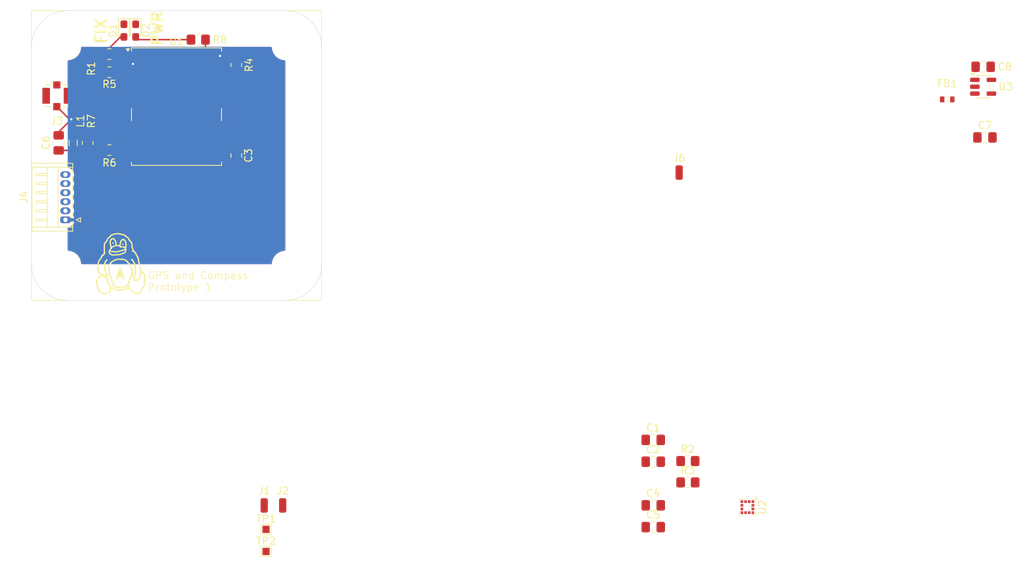
<source format=kicad_pcb>
(kicad_pcb (version 20241229) (generator "pcbnew") (generator_version "9.0")
  (layers (0 "F.Cu" signal) (2 "B.Cu" signal) (13 "F.Paste" user) (15 "B.Paste" user) (5 "F.SilkS" user "F.Silkscreen") (7 "B.SilkS" user "B.Silkscreen") (1 "F.Mask" user) (3 "B.Mask" user) (25 "Edge.Cuts" user))
  (net 0 "")
  (net 1 "GPS_GND")
  (net 2 "GPS_3.3V")
  (net 3 "GPS_RX")
  (net 4 "GPS_TX")
  (net 5 "TimePulse")
  (net 6 "GPS_SCL")
  (net 7 "DRDY")
  (net 8 "GPS_SDA")
  (net 9 "GPS_5V")
  (net 10 "Net-(U2-C1)")
  (net 11 "Net-(U3-EN)")
  (net 12 "Net-(D1-A)")
  (net 13 "Net-(D2-A)")
  (net 14 "/GPS_CAP+")
  (net 15 "Net-(J3-Pad2)")
  (net 16 "Net-(L1-Pad1)")
  (net 17 "Net-(U1-~{SAFEBOOT})")
  (net 18 "Net-(U1-RF_IN)")
  (footprint "Capacitor_SMD:C_0805_2012Metric_Pad1.18x1.45mm_HandSolder" (layer "F.Cu") (at 103.25 85.78)
    (property "Reference" "C4" (at 0 -1.68 0) (layer "F.SilkS"))
    (property "Value" "100nF")
    (pad "1" smd roundrect (at -1.0375 0) (size 1.175 1.45) (layers "F.Cu" "F.Mask" "F.Paste") (roundrect_rratio 0.212766) (net 2 "GPS_3.3V"))
    (pad "2" smd roundrect (at 1.0375 0) (size 1.175 1.45) (layers "F.Cu" "F.Mask" "F.Paste") (roundrect_rratio 0.212766) (net 1 "GPS_GND"))
  )
  (footprint "TestPoint:TestPoint_Pad_1.0x1.0mm" (layer "F.Cu") (at 49.85 92.15)
    (property "Reference" "TP2" (at 0 -1.448 0) (layer "F.SilkS"))
    (property "Value" "TimePulse")
    (pad "1" smd rect (at 0 0) (size 1 1) (layers "F.Cu" "F.Mask") (net 5 "TimePulse"))
  )
  (footprint "Resistor_SMD:R_0805_2012Metric_Pad1.20x1.40mm_HandSolder" (layer "F.Cu") (at 108.03 82.62)
    (property "Reference" "R3" (at 0 -1.65 0) (layer "F.SilkS"))
    (property "Value" "47")
    (pad "1" smd roundrect (at -1 0) (size 1.2 1.4) (layers "F.Cu" "F.Mask" "F.Paste") (roundrect_rratio 0.208333) (net 6 "GPS_SCL"))
    (pad "2" smd roundrect (at 1 0) (size 1.2 1.4) (layers "F.Cu" "F.Mask" "F.Paste") (roundrect_rratio 0.208333) (net 2 "GPS_3.3V"))
  )
  (footprint "Capacitor_SMD:C_0805_2012Metric_Pad1.18x1.45mm_HandSolder" (layer "F.Cu") (at 45.75 37.5 -90)
    (property "Reference" "C3" (at 0 -1.68 90) (layer "F.SilkS"))
    (property "Value" "100nF")
    (pad "1" smd roundrect (at -1.0375 0 270) (size 1.175 1.45) (layers "F.Cu" "F.Mask" "F.Paste") (roundrect_rratio 0.212766) (net 2 "GPS_3.3V"))
    (pad "2" smd roundrect (at 1.0375 0 270) (size 1.175 1.45) (layers "F.Cu" "F.Mask" "F.Paste") (roundrect_rratio 0.212766) (net 1 "GPS_GND"))
  )
  (footprint "TestPoint:TestPoint_Pad_1.0x1.0mm" (layer "F.Cu") (at 49.85 89.1)
    (property "Reference" "TP1" (at 0 -1.448 0) (layer "F.SilkS"))
    (property "Value" "SAFEBOOT")
    (pad "1" smd rect (at 0 0) (size 1 1) (layers "F.Cu" "F.Mask") (net 17 "Net-(U1-~{SAFEBOOT})"))
  )
  (footprint "Connector_Wire:SolderWirePad_1x01_SMD_1x2mm" (layer "F.Cu") (at 52.15 85.8)
    (property "Reference" "J2" (at 0 -2 0) (layer "F.SilkS"))
    (property "Value" "C-")
    (pad "1" smd roundrect (at 0 0) (size 1 2) (layers "F.Cu" "F.Mask") (net 1 "GPS_GND"))
  )
  (footprint "Resistor_SMD:R_0805_2012Metric_Pad1.20x1.40mm_HandSolder" (layer "F.Cu") (at 25.25 35.75 90)
    (property "Reference" "R7" (at 3 0.5 90) (layer "F.SilkS"))
    (property "Value" "0")
    (pad "1" smd roundrect (at -1 0 90) (size 1.2 1.4) (layers "F.Cu" "F.Mask" "F.Paste") (roundrect_rratio 0.208333) (net 15 "Net-(J3-Pad2)"))
    (pad "2" smd roundrect (at 1 0 90) (size 1.2 1.4) (layers "F.Cu" "F.Mask" "F.Paste") (roundrect_rratio 0.208333) (net 16 "Net-(L1-Pad1)"))
  )
  (footprint "Resistor_SMD:R_0805_2012Metric_Pad1.20x1.40mm_HandSolder" (layer "F.Cu") (at 28.25 36.75 180)
    (property "Reference" "R6" (at 0 -1.75 0) (layer "F.SilkS"))
    (property "Value" "0")
    (pad "1" smd roundrect (at -1 0 180) (size 1.2 1.4) (layers "F.Cu" "F.Mask" "F.Paste") (roundrect_rratio 0.208333) (net 18 "Net-(U1-RF_IN)"))
    (pad "2" smd roundrect (at 1 0 180) (size 1.2 1.4) (layers "F.Cu" "F.Mask" "F.Paste") (roundrect_rratio 0.208333) (net 15 "Net-(J3-Pad2)"))
  )
  (footprint "RF_GPS:ublox_NEO" (layer "F.Cu") (at 37.5 30.75)
    (property "Reference" "U1" (at 0 -9 0) (layer "F.SilkS"))
    (property "Value" "NEO-M8N")
    (pad "1" smd roundrect (at -6 -7) (size 1.8 0.8) (layers "F.Cu" "F.Mask" "F.Paste") (net 17 "Net-(U1-~{SAFEBOOT})"))
    (pad "2" smd roundrect (at -6 -5.9) (size 1.8 0.8) (layers "F.Cu" "F.Mask" "F.Paste") (net 1 "GPS_GND"))
    (pad "3" smd roundrect (at -6 -4.8) (size 1.8 0.8) (layers "F.Cu" "F.Mask" "F.Paste") (net 5 "TimePulse"))
    (pad "4" smd roundrect (at -6 -3.7) (size 1.8 0.8) (layers "F.Cu" "F.Mask" "F.Paste"))
    (pad "5" smd roundrect (at -6 -2.6) (size 1.8 0.8) (layers "F.Cu" "F.Mask" "F.Paste"))
    (pad "6" smd roundrect (at -6 -1.5) (size 1.8 0.8) (layers "F.Cu" "F.Mask" "F.Paste"))
    (pad "7" smd roundrect (at -6 -0.4) (size 1.8 0.8) (layers "F.Cu" "F.Mask" "F.Paste"))
    (pad "8" smd roundrect (at -6 2.6) (size 1.8 0.8) (layers "F.Cu" "F.Mask" "F.Paste") (net 2 "GPS_3.3V"))
    (pad "9" smd roundrect (at -6 3.7) (size 1.8 0.8) (layers "F.Cu" "F.Mask" "F.Paste") (net 2 "GPS_3.3V"))
    (pad "10" smd roundrect (at -6 4.8) (size 1.8 0.8) (layers "F.Cu" "F.Mask" "F.Paste") (net 1 "GPS_GND"))
    (pad "11" smd roundrect (at -6 5.9) (size 1.8 0.8) (layers "F.Cu" "F.Mask" "F.Paste") (net 18 "Net-(U1-RF_IN)"))
    (pad "12" smd roundrect (at -6 7) (size 1.8 0.8) (layers "F.Cu" "F.Mask" "F.Paste") (net 1 "GPS_GND"))
    (pad "13" smd roundrect (at 6 7) (size 1.8 0.8) (layers "F.Cu" "F.Mask" "F.Paste") (net 1 "GPS_GND"))
    (pad "14" smd roundrect (at 6 5.9) (size 1.8 0.8) (layers "F.Cu" "F.Mask" "F.Paste") (net 2 "GPS_3.3V"))
    (pad "15" smd roundrect (at 6 4.8) (size 1.8 0.8) (layers "F.Cu" "F.Mask" "F.Paste"))
    (pad "16" smd roundrect (at 6 3.7) (size 1.8 0.8) (layers "F.Cu" "F.Mask" "F.Paste"))
    (pad "17" smd roundrect (at 6 2.6) (size 1.8 0.8) (layers "F.Cu" "F.Mask" "F.Paste"))
    (pad "18" smd roundrect (at 6 -0.4) (size 1.8 0.8) (layers "F.Cu" "F.Mask" "F.Paste"))
    (pad "19" smd roundrect (at 6 -1.5) (size 1.8 0.8) (layers "F.Cu" "F.Mask" "F.Paste"))
    (pad "20" smd roundrect (at 6 -2.6) (size 1.8 0.8) (layers "F.Cu" "F.Mask" "F.Paste") (net 4 "GPS_TX"))
    (pad "21" smd roundrect (at 6 -3.7) (size 1.8 0.8) (layers "F.Cu" "F.Mask" "F.Paste") (net 3 "GPS_RX"))
    (pad "22" smd roundrect (at 6 -4.8) (size 1.8 0.8) (layers "F.Cu" "F.Mask" "F.Paste") (net 14 "/GPS_CAP+"))
    (pad "23" smd roundrect (at 6 -5.9) (size 1.8 0.8) (layers "F.Cu" "F.Mask" "F.Paste") (net 2 "GPS_3.3V"))
    (pad "24" smd roundrect (at 6 -7) (size 1.8 0.8) (layers "F.Cu" "F.Mask" "F.Paste") (net 1 "GPS_GND"))
  )
  (footprint "Connector_Coaxial:U.FL_Molex_MCRF_73412-0110_Vertical" (layer "F.Cu") (at 21 29.25)
    (property "Reference" "J3" (at 0 3.5 0) (layer "F.SilkS"))
    (property "Value" "U_FL-R-SMT-1_10_")
    (pad "1" smd roundrect (at 0 1.5 180) (size 1 1) (layers "F.Cu" "F.Mask" "F.Paste") (roundrect_rratio 0.1) (net 1 "GPS_GND"))
    (pad "2" smd roundrect (at -1.475 0 180) (size 1.05 2.2) (layers "F.Cu" "F.Mask" "F.Paste") (roundrect_rratio 0.1) (net 15 "Net-(J3-Pad2)"))
    (pad "2" smd roundrect (at 0 -1.5 180) (size 1 1) (layers "F.Cu" "F.Mask" "F.Paste") (roundrect_rratio 0.1) (net 15 "Net-(J3-Pad2)"))
    (pad "2" smd roundrect (at 1.475 0 180) (size 1.05 2.2) (layers "F.Cu" "F.Mask" "F.Paste") (roundrect_rratio 0.1) (net 15 "Net-(J3-Pad2)"))
  )
  (footprint "MountingHole:MountingHole_3.2mm_M3" (layer "F.Cu") (at 22.5 52.5)
    (property "Reference" "H3" (hide yes))
    (property "Value" "MountingHole")
    (pad "" np_thru_hole circle (at 0 0) (size 3.2 3.2) (drill 3.2) (layers "*.Cu" "*.Mask"))
  )
  (footprint "Capacitor_SMD:C_0805_2012Metric_Pad1.18x1.45mm_HandSolder" (layer "F.Cu") (at 149 35)
    (property "Reference" "C7" (at 0 -1.68 0) (layer "F.SilkS"))
    (property "Value" "1uF")
    (pad "1" smd roundrect (at -1.0375 0) (size 1.175 1.45) (layers "F.Cu" "F.Mask" "F.Paste") (roundrect_rratio 0.212766) (net 11 "Net-(U3-EN)"))
    (pad "2" smd roundrect (at 1.0375 0) (size 1.175 1.45) (layers "F.Cu" "F.Mask" "F.Paste") (roundrect_rratio 0.212766) (net 1 "GPS_GND"))
  )
  (footprint "MountingHole:MountingHole_3.2mm_M3" (layer "F.Cu") (at 22.5 22.5)
    (property "Reference" "H1" (hide yes))
    (property "Value" "MountingHole")
    (pad "" np_thru_hole circle (at 0 0) (size 3.2 3.2) (drill 3.2) (layers "*.Cu" "*.Mask"))
  )
  (footprint "Resistor_SMD:R_0805_2012Metric_Pad1.20x1.40mm_HandSolder" (layer "F.Cu") (at 40.5 21.5 180)
    (property "Reference" "R8" (at -3 0 0) (layer "F.SilkS"))
    (property "Value" "1K")
    (pad "1" smd roundrect (at -1 0 180) (size 1.2 1.4) (layers "F.Cu" "F.Mask" "F.Paste") (roundrect_rratio 0.208333) (net 2 "GPS_3.3V"))
    (pad "2" smd roundrect (at 1 0 180) (size 1.2 1.4) (layers "F.Cu" "F.Mask" "F.Paste") (roundrect_rratio 0.208333) (net 13 "Net-(D2-A)"))
  )
  (footprint "Capacitor_SMD:C_0805_2012Metric_Pad1.18x1.45mm_HandSolder" (layer "F.Cu") (at 103.25 76.75)
    (property "Reference" "C1" (at 0 -1.68 0) (layer "F.SilkS"))
    (property "Value" "100nF")
    (pad "1" smd roundrect (at -1.0375 0) (size 1.175 1.45) (layers "F.Cu" "F.Mask" "F.Paste") (roundrect_rratio 0.212766) (net 2 "GPS_3.3V"))
    (pad "2" smd roundrect (at 1.0375 0) (size 1.175 1.45) (layers "F.Cu" "F.Mask" "F.Paste") (roundrect_rratio 0.212766) (net 1 "GPS_GND"))
  )
  (footprint "Connector_Hirose:Hirose_DF13-06P-1.25DS_1x06_P1.25mm_Horizontal" (layer "F.Cu") (at 22.1825 46.375 90)
    (property "Reference" "J4" (at 3.12 -5.7 90) (layer "F.SilkS"))
    (property "Value" "To FC")
    (pad "1" thru_hole roundrect (at 0 0 90) (size 0.9 1.4) (drill 0.6) (layers "*.Cu" "*.Mask") (net 1 "GPS_GND"))
    (pad "2" thru_hole oval (at 1.25 0 90) (size 0.9 1.4) (drill 0.6) (layers "*.Cu" "*.Mask") (net 9 "GPS_5V"))
    (pad "3" thru_hole oval (at 2.5 0 90) (size 0.9 1.4) (drill 0.6) (layers "*.Cu" "*.Mask") (net 4 "GPS_TX"))
    (pad "4" thru_hole oval (at 3.75 0 90) (size 0.9 1.4) (drill 0.6) (layers "*.Cu" "*.Mask") (net 3 "GPS_RX"))
    (pad "5" thru_hole oval (at 5 0 90) (size 0.9 1.4) (drill 0.6) (layers "*.Cu" "*.Mask") (net 6 "GPS_SCL"))
    (pad "6" thru_hole oval (at 6.25 0 90) (size 0.9 1.4) (drill 0.6) (layers "*.Cu" "*.Mask") (net 8 "GPS_SDA"))
  )
  (footprint "Package_LGA:LGA-12_2x2mm_P0.5mm" (layer "F.Cu") (at 116.2375 86.035 -90)
    (property "Reference" "U2" (at 0 -2.075 90) (layer "F.SilkS"))
    (property "Value" "LIS3MDL")
    (pad "1" smd rect (at -0.7625 -0.75 270) (size 0.375 0.35) (layers "F.Cu" "F.Mask" "F.Paste") (net 6 "GPS_SCL"))
    (pad "2" smd rect (at -0.7625 -0.25 270) (size 0.375 0.35) (layers "F.Cu" "F.Mask" "F.Paste") (net 1 "GPS_GND"))
    (pad "3" smd rect (at -0.7625 0.25 270) (size 0.375 0.35) (layers "F.Cu" "F.Mask" "F.Paste") (net 1 "GPS_GND"))
    (pad "4" smd rect (at -0.7625 0.75 270) (size 0.375 0.35) (layers "F.Cu" "F.Mask" "F.Paste") (net 10 "Net-(U2-C1)"))
    (pad "5" smd rect (at -0.25 0.7625) (size 0.375 0.35) (layers "F.Cu" "F.Mask" "F.Paste") (net 2 "GPS_3.3V"))
    (pad "6" smd rect (at 0.25 0.7625) (size 0.375 0.35) (layers "F.Cu" "F.Mask" "F.Paste") (net 2 "GPS_3.3V"))
    (pad "7" smd rect (at 0.7625 0.75 270) (size 0.375 0.35) (layers "F.Cu" "F.Mask" "F.Paste"))
    (pad "8" smd rect (at 0.7625 0.25 270) (size 0.375 0.35) (layers "F.Cu" "F.Mask" "F.Paste") (net 7 "DRDY"))
    (pad "9" smd rect (at 0.7625 -0.25 270) (size 0.375 0.35) (layers "F.Cu" "F.Mask" "F.Paste") (net 2 "GPS_3.3V"))
    (pad "10" smd rect (at 0.7625 -0.75 270) (size 0.375 0.35) (layers "F.Cu" "F.Mask" "F.Paste") (net 2 "GPS_3.3V"))
    (pad "11" smd rect (at 0.25 -0.7625) (size 0.375 0.35) (layers "F.Cu" "F.Mask" "F.Paste") (net 8 "GPS_SDA"))
    (pad "12" smd rect (at -0.25 -0.7625) (size 0.375 0.35) (layers "F.Cu" "F.Mask" "F.Paste") (net 1 "GPS_GND"))
  )
  (footprint "Resistor_SMD:R_0805_2012Metric_Pad1.20x1.40mm_HandSolder" (layer "F.Cu") (at 28.25 26 180)
    (property "Reference" "R5" (at 0 -1.65 0) (layer "F.SilkS"))
    (property "Value" "1K")
    (pad "1" smd roundrect (at -1 0 180) (size 1.2 1.4) (layers "F.Cu" "F.Mask" "F.Paste") (roundrect_rratio 0.208333) (net 5 "TimePulse"))
    (pad "2" smd roundrect (at 1 0 180) (size 1.2 1.4) (layers "F.Cu" "F.Mask" "F.Paste") (roundrect_rratio 0.208333) (net 12 "Net-(D1-A)"))
  )
  (footprint "LED_SMD:LED_0603_1608Metric_Pad1.05x0.95mm_HandSolder" (layer "F.Cu") (at 30.25 20.25 -90)
    (property "Reference" "D1" (at 0 1.5 90) (layer "F.SilkS"))
    (property "Value" "Status LED")
    (pad "1" smd roundrect (at -0.875 0 270) (size 1.05 0.95) (layers "F.Cu" "F.Mask" "F.Paste") (net 1 "GPS_GND"))
    (pad "2" smd roundrect (at 0.875 0 270) (size 1.05 0.95) (layers "F.Cu" "F.Mask" "F.Paste") (net 12 "Net-(D1-A)"))
  )
  (footprint "Connector_Wire:SolderWirePad_1x01_SMD_1x2mm" (layer "F.Cu") (at 106.825 39.85)
    (property "Reference" "J6" (at 0 -2 0) (layer "F.SilkS"))
    (property "Value" "DRDY")
    (pad "1" smd roundrect (at 0 0) (size 1 2) (layers "F.Cu" "F.Mask") (net 7 "DRDY"))
  )
  (footprint "Connector_Wire:SolderWirePad_1x01_SMD_1x2mm" (layer "F.Cu") (at 49.6 85.8)
    (property "Reference" "J1" (at 0 -2 0) (layer "F.SilkS"))
    (property "Value" "C+")
    (pad "1" smd roundrect (at 0 0) (size 1 2) (layers "F.Cu" "F.Mask") (net 14 "/GPS_CAP+"))
  )
  (footprint "Capacitor_SMD:C_0805_2012Metric_Pad1.18x1.45mm_HandSolder" (layer "F.Cu") (at 103.25 79.76)
    (property "Reference" "C2" (at 0 -1.68 0) (layer "F.SilkS"))
    (property "Value" "1uF")
    (pad "1" smd roundrect (at -1.0375 0) (size 1.175 1.45) (layers "F.Cu" "F.Mask" "F.Paste") (roundrect_rratio 0.212766) (net 2 "GPS_3.3V"))
    (pad "2" smd roundrect (at 1.0375 0) (size 1.175 1.45) (layers "F.Cu" "F.Mask" "F.Paste") (roundrect_rratio 0.212766) (net 1 "GPS_GND"))
  )
  (footprint "Resistor_SMD:R_0805_2012Metric_Pad1.20x1.40mm_HandSolder" (layer "F.Cu") (at 45.75 25 90)
    (property "Reference" "R4" (at 0 1.75 90) (layer "F.SilkS"))
    (property "Value" "100")
    (pad "1" smd roundrect (at -1 0 90) (size 1.2 1.4) (layers "F.Cu" "F.Mask" "F.Paste") (roundrect_rratio 0.208333) (net 14 "/GPS_CAP+"))
    (pad "2" smd roundrect (at 1 0 90) (size 1.2 1.4) (layers "F.Cu" "F.Mask" "F.Paste") (roundrect_rratio 0.208333) (net 2 "GPS_3.3V"))
  )
  (footprint "Capacitor_SMD:C_0805_2012Metric_Pad1.18x1.45mm_HandSolder" (layer "F.Cu") (at 148.75 25.25 180)
    (property "Reference" "C8" (at -3 0 0) (layer "F.SilkS"))
    (property "Value" "1uF")
    (pad "1" smd roundrect (at -1.0375 0 180) (size 1.175 1.45) (layers "F.Cu" "F.Mask" "F.Paste") (roundrect_rratio 0.212766) (net 2 "GPS_3.3V"))
    (pad "2" smd roundrect (at 1.0375 0 180) (size 1.175 1.45) (layers "F.Cu" "F.Mask" "F.Paste") (roundrect_rratio 0.212766) (net 1 "GPS_GND"))
  )
  (footprint "Package_TO_SOT_SMD:SOT-23-5" (layer "F.Cu") (at 148.75 28)
    (property "Reference" "U3" (at 3.1125 0 0) (layer "F.SilkS"))
    (property "Value" "TLV75733PDBV")
    (pad "1" smd roundrect (at -1.1375 -0.95) (size 1.325 0.6) (layers "F.Cu" "F.Mask" "F.Paste") (net 11 "Net-(U3-EN)"))
    (pad "2" smd roundrect (at -1.1375 0) (size 1.325 0.6) (layers "F.Cu" "F.Mask" "F.Paste") (net 1 "GPS_GND"))
    (pad "3" smd roundrect (at -1.1375 0.95) (size 1.325 0.6) (layers "F.Cu" "F.Mask" "F.Paste") (net 11 "Net-(U3-EN)"))
    (pad "4" smd roundrect (at 1.1375 0.95) (size 1.325 0.6) (layers "F.Cu" "F.Mask" "F.Paste"))
    (pad "5" smd roundrect (at 1.1375 -0.95) (size 1.325 0.6) (layers "F.Cu" "F.Mask" "F.Paste") (net 2 "GPS_3.3V"))
  )
  (footprint "MountingHole:MountingHole_3.2mm_M3" (layer "F.Cu") (at 52.5 22.5)
    (property "Reference" "H2" (hide yes))
    (property "Value" "MountingHole")
    (pad "" np_thru_hole circle (at 0 0) (size 3.2 3.2) (drill 3.2) (layers "*.Cu" "*.Mask"))
  )
  (footprint "digikey-footprints:0603" (layer "F.Cu") (at 143.8 29.75)
    (property "Reference" "FB1" (at 0 -2.2 0) (layer "F.SilkS"))
    (property "Value" "BLM18AG601SN1D")
    (pad "1" smd rect (at -0.7 0) (size 0.6 0.8) (layers "F.Cu" "F.Mask" "F.Paste") (net 9 "GPS_5V"))
    (pad "2" smd rect (at 0.7 0) (size 0.6 0.8) (layers "F.Cu" "F.Mask" "F.Paste") (net 11 "Net-(U3-EN)"))
  )
  (footprint "Capacitor_SMD:C_0805_2012Metric_Pad1.18x1.45mm_HandSolder" (layer "F.Cu") (at 103.25 88.79)
    (property "Reference" "C5" (at 0 -1.68 0) (layer "F.SilkS"))
    (property "Value" "10nF")
    (pad "1" smd roundrect (at -1.0375 0) (size 1.175 1.45) (layers "F.Cu" "F.Mask" "F.Paste") (roundrect_rratio 0.212766) (net 10 "Net-(U2-C1)"))
    (pad "2" smd roundrect (at 1.0375 0) (size 1.175 1.45) (layers "F.Cu" "F.Mask" "F.Paste") (roundrect_rratio 0.212766) (net 1 "GPS_GND"))
  )
  (footprint "Capacitor_SMD:C_0805_2012Metric_Pad1.18x1.45mm_HandSolder" (layer "F.Cu") (at 21.25 35.75 90)
    (property "Reference" "C6" (at 0 -1.75 90) (layer "F.SilkS"))
    (property "Value" "100nF")
    (pad "1" smd roundrect (at -1.0375 0 90) (size 1.175 1.45) (layers "F.Cu" "F.Mask" "F.Paste") (roundrect_rratio 0.212766) (net 2 "GPS_3.3V"))
    (pad "2" smd roundrect (at 1.0375 0 90) (size 1.175 1.45) (layers "F.Cu" "F.Mask" "F.Paste") (roundrect_rratio 0.212766) (net 1 "GPS_GND"))
  )
  (footprint "LED_SMD:LED_0603_1608Metric_Pad1.05x0.95mm_HandSolder" (layer "F.Cu") (at 31.875 20.25 -90)
    (property "Reference" "D2" (at 0 -1.43 90) (layer "F.SilkS"))
    (property "Value" "Status LED")
    (pad "1" smd roundrect (at -0.875 0 270) (size 1.05 0.95) (layers "F.Cu" "F.Mask" "F.Paste") (net 1 "GPS_GND"))
    (pad "2" smd roundrect (at 0.875 0 270) (size 1.05 0.95) (layers "F.Cu" "F.Mask" "F.Paste") (net 13 "Net-(D2-A)"))
  )
  (footprint "Resistor_SMD:R_0805_2012Metric_Pad1.20x1.40mm_HandSolder" (layer "F.Cu") (at 28.25 23.5)
    (property "Reference" "R1" (at -2.5 2 90) (layer "F.SilkS"))
    (property "Value" "10k")
    (pad "1" smd roundrect (at -1 0) (size 1.2 1.4) (layers "F.Cu" "F.Mask" "F.Paste") (roundrect_rratio 0.208333) (net 2 "GPS_3.3V"))
    (pad "2" smd roundrect (at 1 0) (size 1.2 1.4) (layers "F.Cu" "F.Mask" "F.Paste") (roundrect_rratio 0.208333) (net 17 "Net-(U1-~{SAFEBOOT})"))
  )
  (footprint "Resistor_SMD:R_0805_2012Metric_Pad1.20x1.40mm_HandSolder" (layer "F.Cu") (at 108.03 79.67)
    (property "Reference" "R2" (at 0 -1.65 0) (layer "F.SilkS"))
    (property "Value" "47")
    (pad "1" smd roundrect (at -1 0) (size 1.2 1.4) (layers "F.Cu" "F.Mask" "F.Paste") (roundrect_rratio 0.208333) (net 2 "GPS_3.3V"))
    (pad "2" smd roundrect (at 1 0) (size 1.2 1.4) (layers "F.Cu" "F.Mask" "F.Paste") (roundrect_rratio 0.208333) (net 8 "GPS_SDA"))
  )
  (footprint "MountingHole:MountingHole_3.2mm_M3" (layer "F.Cu") (at 52.5 52.5)
    (property "Reference" "H4" (hide yes))
    (property "Value" "MountingHole")
    (pad "" np_thru_hole circle (at 0 0) (size 3.2 3.2) (drill 3.2) (layers "*.Cu" "*.Mask"))
  )
  (footprint "customimages:linuxpenguin" (layer "F.Cu") (at 29.500004 52.749996)
    (property "Reference" "G***" (hide yes))
    (property "Value" "LOGO" (hide yes))
  )
  (footprint "Inductor_SMD:L_0805_2012Metric_Pad1.05x1.20mm_HandSolder" (layer "F.Cu") (at 23.25 35.75 -90)
    (property "Reference" "L1" (at -3 -1 90) (layer "F.SilkS"))
    (property "Value" "10nH")
    (pad "1" smd roundrect (at -1.15 0 270) (size 1.05 1.2) (layers "F.Cu" "F.Mask" "F.Paste") (roundrect_rratio 0.238095) (net 16 "Net-(L1-Pad1)"))
    (pad "2" smd roundrect (at 1.15 0 270) (size 1.05 1.2) (layers "F.Cu" "F.Mask" "F.Paste") (roundrect_rratio 0.238095) (net 2 "GPS_3.3V"))
  )
  (gr_line (start 57.500004 57.499996) (end 57.500004 52.499996) (stroke (width 0.1)) (layer "F.SilkS"))
  (gr_poly (pts (xy 29.750004 52.999996) (xy 29.250004 54.499996) (xy 29.750004 53.999996) (xy 30.250004 54.499996)) (stroke (width 0.2)) (fill yes) (layer "F.SilkS"))
  (gr_line (start 57.500004 17.499996) (end 52.500004 17.499996) (stroke (width 0.1)) (layer "F.SilkS"))
  (gr_line (start 17.500004 57.499996) (end 22.500004 57.499996) (stroke (width 0.1)) (layer "F.SilkS"))
  (gr_line (start 17.500004 22.499996) (end 17.500004 17.499996) (stroke (width 0.1)) (layer "F.SilkS"))
  (gr_line (start 52.500004 57.499996) (end 57.500004 57.499996) (stroke (width 0.1)) (layer "F.SilkS"))
  (gr_line (start 57.500004 22.499996) (end 57.500004 17.499996) (stroke (width 0.1)) (layer "F.SilkS"))
  (gr_line (start 17.500004 17.499996) (end 22.500004 17.499996) (stroke (width 0.1)) (layer "F.SilkS"))
  (gr_line (start 17.500004 52.499996) (end 17.500004 57.499996) (stroke (width 0.1)) (layer "F.SilkS"))
  (gr_arc (start 57.500004 52.499996) (mid 56.035538 56.03553) (end 52.500004 57.499996) (stroke (width 0.05)) (layer "Edge.Cuts"))
  (gr_arc (start 52.500004 17.499996) (mid 56.035538 18.964462) (end 57.500004 22.499996) (stroke (width 0.05)) (layer "Edge.Cuts"))
  (gr_line (start 17.500004 22.499996) (end 17.500004 52.499996) (stroke (width 0.05)) (layer "Edge.Cuts"))
  (gr_line (start 52.500004 17.499996) (end 22.500004 17.499996) (stroke (width 0.05)) (layer "Edge.Cuts"))
  (gr_arc (start 17.500004 22.499996) (mid 18.96447 18.964462) (end 22.500004 17.499996) (stroke (width 0.05)) (layer "Edge.Cuts"))
  (gr_line (start 57.500004 52.499996) (end 57.500004 22.499996) (stroke (width 0.05)) (layer "Edge.Cuts"))
  (gr_line (start 22.500004 57.506242) (end 52.500004 57.506242) (stroke (width 0.05)) (layer "Edge.Cuts"))
  (gr_arc (start 22.500004 57.506242) (mid 18.960054 56.039946) (end 17.493758 52.499996) (stroke (width 0.05)) (layer "Edge.Cuts"))
  (gr_text "FIX" (at 28 22.25 90) (layer "F.SilkS") (effects (font (size 1.5 1.5) (thickness 0.3) (bold yes)) (justify left bottom)))
  (gr_text "GPS and Compass\nPrototype 1" (at 33.500004 56.249996 0) (layer "F.SilkS") (effects (font (size 1 1) (thickness 0.1)) (justify left bottom)))
  (gr_text "PWR" (at 35.75 22.5 90) (layer "F.SilkS") (effects (font (size 1.5 1.5) (thickness 0.3) (bold yes)) (justify left bottom)))
  (segment (start 21.25 34.25) (end 21.25 34.7125) (width 0.2) (layer "F.Cu") (net 1))
  (segment (start 23 32.5) (end 21.25 34.25) (width 0.2) (layer "F.Cu") (net 1))
  (segment (start 23 32.5) (end 22.75 32.5) (width 0.2) (layer "F.Cu") (net 1))
  (segment (start 22.75 32.5) (end 21 30.75) (width 0.2) (layer "F.Cu") (net 1))
  (via (at 31.5 24.85) (size 0.6) (drill 0.3) (layers "F.Cu" "B.Cu") (net 1))
  (via (at 23 32.5) (size 0.6) (drill 0.3) (layers "F.Cu" "B.Cu") (net 1))
  (via (at 43.5 23.75) (size 0.6) (drill 0.3) (layers "F.Cu" "B.Cu") (net 1))
  (segment (start 41.5 23.75) (end 41.5 21.5) (width 0.2) (layer "F.Cu") (net 2))
  (segment (start 43.5 24.85) (end 42.6 24.85) (width 0.2) (layer "F.Cu") (net 2))
  (segment (start 23.1375 36.7875) (end 23.25 36.9) (width 0.2) (layer "F.Cu") (net 2))
  (segment (start 42.6 24.85) (end 41.5 23.75) (width 0.2) (layer "F.Cu") (net 2))
  (segment (start 21.25 36.7875) (end 23.1375 36.7875) (width 0.2) (layer "F.Cu") (net 2))
  (segment (start 29.25 26) (end 31.45 26) (width 0.2) (layer "F.Cu") (net 5))
  (segment (start 31.45 26) (end 31.5 25.95) (width 0.2) (layer "F.Cu") (net 5))
  (segment (start 29.775 21.125) (end 30.25 21.125) (width 0.2) (layer "F.Cu") (net 12))
  (segment (start 28.25692 24.99308) (end 28.25692 22.64308) (width 0.2) (layer "F.Cu") (net 12))
  (segment (start 27.25 26) (end 28.25692 24.99308) (width 0.2) (layer "F.Cu") (net 12))
  (segment (start 28.25692 22.64308) (end 29.775 21.125) (width 0.2) (layer "F.Cu") (net 12))
  (segment (start 32.25 21.5) (end 31.875 21.125) (width 0.2) (layer "F.Cu") (net 13))
  (segment (start 39.5 21.5) (end 32.25 21.5) (width 0.2) (layer "F.Cu") (net 13))
  (segment (start 43.5 25.95) (end 45.7 25.95) (width 0.2) (layer "F.Cu") (net 14))
  (segment (start 45.7 25.95) (end 45.75 26) (width 0.2) (layer "F.Cu") (net 14))
  (segment (start 27.25 36.75) (end 25.25 36.75) (width 0.2) (layer "F.Cu") (net 15))
  (segment (start 25.25 34.75) (end 23.4 34.75) (width 0.2) (layer "F.Cu") (net 16))
  (segment (start 23.4 34.75) (end 23.25 34.6) (width 0.2) (layer "F.Cu") (net 16))
  (segment (start 31.5 23.75) (end 31.25 23.75) (width 0.2) (layer "F.Cu") (net 17))
  (segment (start 31 23.5) (end 29.25 23.5) (width 0.2) (layer "F.Cu") (net 17))
  (segment (start 31.25 23.75) (end 31 23.5) (width 0.2) (layer "F.Cu") (net 17))
  (segment (start 31.4 36.75) (end 31.5 36.65) (width 0.2) (layer "F.Cu") (net 18))
  (segment (start 29.25 36.75) (end 31.4 36.75) (width 0.2) (layer "F.Cu") (net 18))
  (zone (net 2) (net_name "GPS_3.3V") (layer "F.Cu") (priority 1) (connect_pads (clearance 0.5)) (min_thickness 0.25) (fill yes (thermal_gap 0.5) (thermal_bridge_width 0.5))
    (polygon (pts (xy 22.5 22.5) (xy 52.5 22.5) (xy 52.5 52.5) (xy 22.5 52.5)))
  )
  (zone (net 1) (net_name "GPS_GND") (layer "B.Cu") (connect_pads (clearance 0.5)) (min_thickness 0.25) (fill yes (thermal_gap 0.5) (thermal_bridge_width 0.5))
    (polygon (pts (xy 22.5 22.5) (xy 52.5 22.5) (xy 52.5 52.5) (xy 22.5 52.5)))
  )
)
</source>
